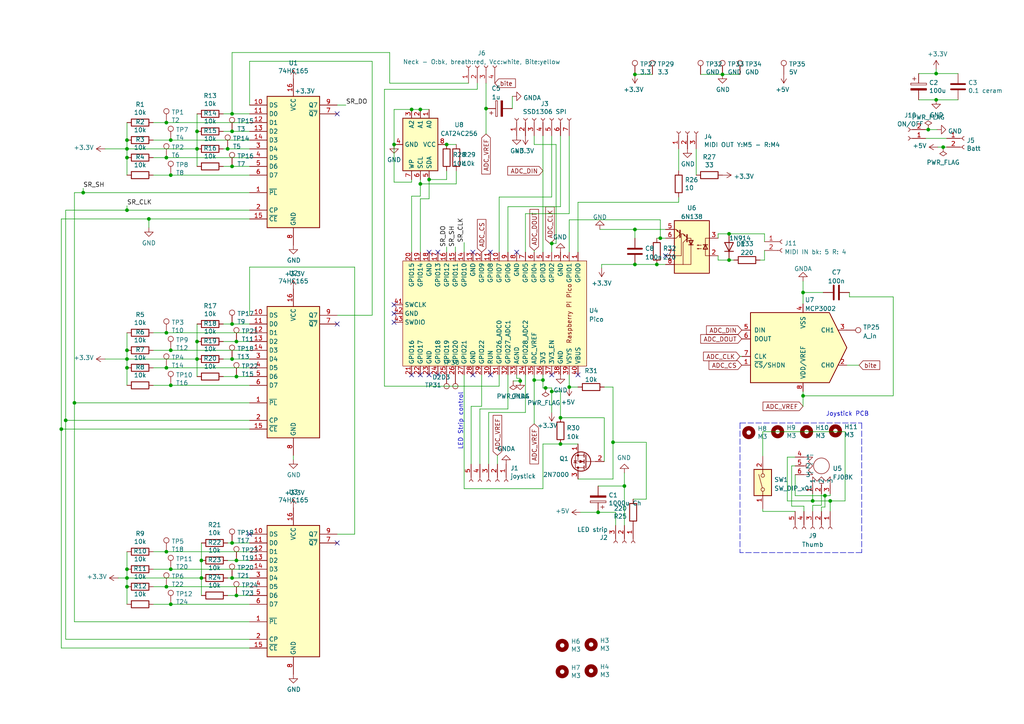
<source format=kicad_sch>
(kicad_sch (version 20211123) (generator eeschema)
  (paper "A4")
  (junction (at 235.712 145.288))
  (junction (at 48.26 106.68))
  (junction (at 154.94 110.236))
  (junction (at 158.242 112.522))
  (junction (at 66.04 43.18))
  (junction (at 48.26 35.56))
  (junction (at 114.3 41.91))
  (junction (at 173.482 148.59))
  (junction (at 364.744 127))
  (junction (at 165.1 112.268))
  (junction (at 36.83 45.72))
  (junction (at 273.558 42.672))
  (junction (at 49.53 101.6))
  (junction (at 211.455 67.818))
  (junction (at 57.15 38.1))
  (junction (at 160.02 113.538))
  (junction (at 67.31 93.98))
  (junction (at 184.15 21.59))
  (junction (at 190.5 76.708))
  (junction (at 67.31 38.1))
  (junction (at 48.26 45.72))
  (junction (at 49.53 111.76))
  (junction (at 24.13 55.88))
  (junction (at 36.83 170.18))
  (junction (at 57.15 99.06))
  (junction (at 48.26 170.18))
  (junction (at 58.42 167.64))
  (junction (at 157.48 110.236))
  (junction (at 19.05 121.92))
  (junction (at 271.526 28.956))
  (junction (at 240.792 145.288))
  (junction (at 364.744 123.19))
  (junction (at 67.31 33.02))
  (junction (at 162.56 121.158))
  (junction (at 57.15 43.18))
  (junction (at 36.83 106.68))
  (junction (at 239.268 143.764))
  (junction (at 57.15 104.14))
  (junction (at 184.15 76.708))
  (junction (at 181.102 140.97))
  (junction (at 36.83 101.6))
  (junction (at 36.83 167.64))
  (junction (at 359.664 139.7))
  (junction (at 68.58 172.72))
  (junction (at 121.92 31.75))
  (junction (at 68.58 162.56))
  (junction (at 269.24 37.592))
  (junction (at 49.53 175.26))
  (junction (at 177.8 128.27))
  (junction (at 36.83 40.64))
  (junction (at 184.15 66.548))
  (junction (at 232.918 114.808))
  (junction (at 67.31 157.48))
  (junction (at 36.83 43.18))
  (junction (at 382.524 163.576))
  (junction (at 369.824 134.62))
  (junction (at 49.53 50.8))
  (junction (at 43.18 63.5))
  (junction (at 271.526 21.336))
  (junction (at 36.83 104.14))
  (junction (at 140.97 31.496))
  (junction (at 48.26 160.02))
  (junction (at 162.56 128.778))
  (junction (at 119.38 31.75))
  (junction (at 36.83 60.96))
  (junction (at 58.42 162.56))
  (junction (at 129.54 41.91))
  (junction (at 67.31 48.26))
  (junction (at 36.83 165.1))
  (junction (at 21.59 116.84))
  (junction (at 17.78 124.46))
  (junction (at 67.31 104.14))
  (junction (at 232.918 84.836))
  (junction (at 49.53 165.1))
  (junction (at 160.02 70.612))
  (junction (at 48.26 96.52))
  (junction (at 150.876 110.49))
  (junction (at 124.46 52.07))
  (junction (at 364.744 139.7))
  (junction (at 209.55 21.59))
  (junction (at 191.516 69.088))
  (junction (at 68.58 99.06))
  (junction (at 49.53 40.64))
  (junction (at 121.92 53.34))
  (junction (at 67.31 167.64))
  (junction (at 68.58 109.22))
  (junction (at 211.455 75.438))
  (no_connect (at 97.79 33.02))
  (no_connect (at 160.02 108.712))
  (no_connect (at 142.24 73.152))
  (no_connect (at 119.38 108.712))
  (no_connect (at 114.3 93.472))
  (no_connect (at 124.46 73.152))
  (no_connect (at 127 73.152))
  (no_connect (at 137.16 73.152))
  (no_connect (at 97.79 157.48))
  (no_connect (at 137.16 108.712))
  (no_connect (at 114.3 90.932))
  (no_connect (at 149.86 73.152))
  (no_connect (at 72.39 154.94))
  (no_connect (at 124.46 108.712))
  (no_connect (at 371.094 142.24))
  (no_connect (at 371.094 144.78))
  (no_connect (at 371.094 147.32))
  (no_connect (at 142.24 108.712))
  (no_connect (at 114.3 88.392))
  (no_connect (at 97.79 93.98))
  (no_connect (at 127 108.712))
  (no_connect (at 193.04 74.168))
  (no_connect (at 121.92 108.712))
  (no_connect (at 167.64 108.712))
  (wire (pts (xy 57.15 33.02) (xy 57.15 38.1)))
  (wire (pts (xy 111.506 25.908) (xy 138.43 25.908)))
  (wire (pts (xy 68.58 109.22) (xy 64.77 109.22)))
  (wire (pts (xy 230.632 148.336) (xy 221.234 148.336)))
  (wire (pts (xy 44.45 45.72) (xy 48.26 45.72)))
  (wire (pts (xy 181.102 137.16) (xy 181.102 140.97)))
  (wire (pts (xy 229.616 146.812) (xy 233.172 146.812)))
  (wire (pts (xy 72.39 40.64) (xy 49.53 40.64)))
  (wire (pts (xy 162.56 121.158) (xy 175.26 121.158)))
  (wire (pts (xy 113.03 15.24) (xy 113.03 24.13)))
  (wire (pts (xy 57.15 93.98) (xy 57.15 99.06)))
  (wire (pts (xy 132.334 49.53) (xy 132.334 53.34)))
  (wire (pts (xy 68.58 99.06) (xy 72.39 99.06)))
  (wire (pts (xy 364.744 139.7) (xy 364.744 150.876)))
  (wire (pts (xy 368.554 142.24) (xy 368.554 134.62)))
  (wire (pts (xy 238.252 143.256) (xy 238.252 146.558)))
  (wire (pts (xy 144.78 112.014) (xy 111.506 112.014)))
  (wire (pts (xy 30.48 104.14) (xy 36.83 104.14)))
  (wire (pts (xy 72.39 180.34) (xy 21.59 180.34)))
  (polyline (pts (xy 394.208 100.076) (xy 393.954 173.736)))
  (wire (pts (xy 230.632 143.764) (xy 239.268 143.764)))
  (wire (pts (xy 48.26 170.18) (xy 72.39 170.18)))
  (wire (pts (xy 48.26 160.02) (xy 72.39 160.02)))
  (wire (pts (xy 374.396 159.766) (xy 374.396 163.576)))
  (wire (pts (xy 134.62 108.712) (xy 134.62 141.732)))
  (wire (pts (xy 221.742 75.438) (xy 220.472 75.438)))
  (wire (pts (xy 72.39 121.92) (xy 19.05 121.92)))
  (wire (pts (xy 58.42 167.64) (xy 58.42 172.72)))
  (wire (pts (xy 66.04 162.56) (xy 68.58 162.56)))
  (wire (pts (xy 119.38 52.832) (xy 119.38 52.07)))
  (wire (pts (xy 271.526 21.336) (xy 271.526 20.066)))
  (wire (pts (xy 157.48 141.732) (xy 157.48 128.778)))
  (wire (pts (xy 44.45 175.26) (xy 49.53 175.26)))
  (wire (pts (xy 368.554 134.62) (xy 369.824 134.62)))
  (wire (pts (xy 67.31 15.24) (xy 67.31 33.02)))
  (wire (pts (xy 64.77 99.06) (xy 68.58 99.06)))
  (wire (pts (xy 240.792 143.764) (xy 240.792 143.256)))
  (wire (pts (xy 174.498 76.708) (xy 174.498 77.724)))
  (wire (pts (xy 121.92 53.34) (xy 121.92 56.896)))
  (wire (pts (xy 175.26 121.158) (xy 175.26 133.858)))
  (wire (pts (xy 57.15 99.06) (xy 57.15 104.14)))
  (wire (pts (xy 114.3 31.75) (xy 114.3 41.91)))
  (wire (pts (xy 139.192 134.62) (xy 139.192 118.618)))
  (wire (pts (xy 36.83 59.69) (xy 36.83 60.96)))
  (wire (pts (xy 149.86 109.728) (xy 150.876 109.728)))
  (wire (pts (xy 190.5 69.088) (xy 191.516 69.088)))
  (wire (pts (xy 66.04 172.72) (xy 68.58 172.72)))
  (polyline (pts (xy 214.63 122.682) (xy 214.63 160.274)))
  (wire (pts (xy 136.652 117.856) (xy 136.652 134.62)))
  (wire (pts (xy 17.78 187.96) (xy 17.78 124.46)))
  (wire (pts (xy 48.26 35.56) (xy 72.39 35.56)))
  (wire (pts (xy 184.15 21.59) (xy 189.23 21.59)))
  (wire (pts (xy 235.712 143.256) (xy 235.712 145.288)))
  (wire (pts (xy 271.526 21.336) (xy 277.876 21.336)))
  (wire (pts (xy 358.14 133.858) (xy 358.14 137.16)))
  (wire (pts (xy 72.39 91.44) (xy 72.39 77.47)))
  (wire (pts (xy 85.09 132.08) (xy 85.09 133.35)))
  (wire (pts (xy 152.4 73.152) (xy 152.4 61.976)))
  (wire (pts (xy 358.14 142.24) (xy 368.554 142.24)))
  (wire (pts (xy 36.83 60.96) (xy 72.39 60.96)))
  (wire (pts (xy 49.53 50.8) (xy 44.45 50.8)))
  (wire (pts (xy 36.83 101.6) (xy 36.83 96.52)))
  (wire (pts (xy 238.252 147.066) (xy 239.268 147.066)))
  (wire (pts (xy 162.56 39.37) (xy 162.56 59.944)))
  (wire (pts (xy 239.268 143.764) (xy 240.792 143.764)))
  (wire (pts (xy 147.32 118.618) (xy 147.32 108.712)))
  (wire (pts (xy 113.03 24.13) (xy 135.89 24.13)))
  (wire (pts (xy 196.85 57.15) (xy 196.85 58.674)))
  (wire (pts (xy 229.616 135.128) (xy 230.632 135.128)))
  (wire (pts (xy 72.39 187.96) (xy 17.78 187.96)))
  (wire (pts (xy 140.97 38.862) (xy 140.97 31.496)))
  (wire (pts (xy 66.04 167.64) (xy 67.31 167.64)))
  (wire (pts (xy 114.3 52.832) (xy 119.38 52.832)))
  (wire (pts (xy 160.02 70.612) (xy 160.02 73.152)))
  (wire (pts (xy 273.558 42.672) (xy 272.034 42.672)))
  (wire (pts (xy 181.102 140.97) (xy 181.102 152.4)))
  (wire (pts (xy 44.45 35.56) (xy 48.26 35.56)))
  (wire (pts (xy 67.31 157.48) (xy 72.39 157.48)))
  (wire (pts (xy 174.498 76.708) (xy 184.15 76.708)))
  (wire (pts (xy 154.94 72.644) (xy 154.94 73.152)))
  (wire (pts (xy 382.524 163.576) (xy 384.302 163.576)))
  (wire (pts (xy 72.39 77.47) (xy 102.87 77.47)))
  (wire (pts (xy 191.516 69.088) (xy 193.04 69.088)))
  (wire (pts (xy 208.28 74.168) (xy 208.28 75.438)))
  (wire (pts (xy 107.95 91.44) (xy 97.79 91.44)))
  (wire (pts (xy 364.744 127) (xy 364.744 137.16)))
  (wire (pts (xy 58.42 157.48) (xy 58.42 162.56)))
  (wire (pts (xy 228.346 145.288) (xy 235.712 145.288)))
  (wire (pts (xy 141.732 134.62) (xy 141.732 119.634)))
  (wire (pts (xy 43.18 63.5) (xy 72.39 63.5)))
  (wire (pts (xy 72.39 50.8) (xy 49.53 50.8)))
  (wire (pts (xy 148.844 110.49) (xy 150.876 110.49)))
  (wire (pts (xy 58.42 167.64) (xy 58.42 162.56)))
  (wire (pts (xy 36.83 167.64) (xy 36.83 170.18)))
  (wire (pts (xy 36.83 165.1) (xy 36.83 160.02)))
  (wire (pts (xy 134.62 70.358) (xy 134.62 73.152)))
  (polyline (pts (xy 351.79 100.33) (xy 394.208 100.076)))
  (wire (pts (xy 157.48 128.778) (xy 162.56 128.778)))
  (wire (pts (xy 162.56 121.158) (xy 162.56 113.538)))
  (wire (pts (xy 72.39 30.48) (xy 72.39 17.78)))
  (wire (pts (xy 266.446 28.956) (xy 271.526 28.956)))
  (wire (pts (xy 44.45 106.68) (xy 48.26 106.68)))
  (wire (pts (xy 36.83 43.18) (xy 36.83 40.64)))
  (wire (pts (xy 49.53 111.76) (xy 72.39 111.76)))
  (wire (pts (xy 221.234 125.222) (xy 245.11 125.222)))
  (wire (pts (xy 175.26 112.268) (xy 177.8 112.268)))
  (wire (pts (xy 113.03 15.24) (xy 67.31 15.24)))
  (wire (pts (xy 121.92 73.152) (xy 121.92 57.658)))
  (wire (pts (xy 208.28 75.438) (xy 211.455 75.438)))
  (wire (pts (xy 129.54 71.628) (xy 129.54 73.152)))
  (wire (pts (xy 233.172 146.812) (xy 233.172 148.336)))
  (wire (pts (xy 119.38 31.75) (xy 121.92 31.75)))
  (wire (pts (xy 72.39 165.1) (xy 49.53 165.1)))
  (wire (pts (xy 139.7 108.712) (xy 139.7 117.856)))
  (wire (pts (xy 162.56 128.778) (xy 167.64 128.778)))
  (wire (pts (xy 139.7 117.856) (xy 136.652 117.856)))
  (wire (pts (xy 208.28 67.818) (xy 211.455 67.818)))
  (wire (pts (xy 48.26 96.52) (xy 44.45 96.52)))
  (wire (pts (xy 36.83 170.18) (xy 36.83 175.26)))
  (wire (pts (xy 268.478 40.132) (xy 274.574 40.132)))
  (wire (pts (xy 36.83 45.72) (xy 36.83 50.8)))
  (wire (pts (xy 358.14 139.7) (xy 359.664 139.7)))
  (wire (pts (xy 44.45 160.02) (xy 48.26 160.02)))
  (wire (pts (xy 230.632 137.668) (xy 230.632 143.764)))
  (wire (pts (xy 141.732 119.634) (xy 152.4 119.634)))
  (wire (pts (xy 24.13 54.61) (xy 24.13 55.88)))
  (wire (pts (xy 266.446 21.336) (xy 271.526 21.336)))
  (wire (pts (xy 221.742 72.644) (xy 221.742 75.438)))
  (wire (pts (xy 229.616 146.812) (xy 229.616 135.128)))
  (wire (pts (xy 64.77 104.14) (xy 67.31 104.14)))
  (wire (pts (xy 121.92 57.658) (xy 124.46 57.658)))
  (wire (pts (xy 24.13 55.88) (xy 72.39 55.88)))
  (wire (pts (xy 111.506 112.014) (xy 111.506 25.908)))
  (wire (pts (xy 165.1 39.37) (xy 165.1 61.976)))
  (wire (pts (xy 152.4 61.976) (xy 165.1 61.976)))
  (wire (pts (xy 240.792 145.288) (xy 240.792 148.336)))
  (wire (pts (xy 19.05 185.42) (xy 72.39 185.42)))
  (wire (pts (xy 159.512 70.612) (xy 160.02 70.612)))
  (wire (pts (xy 57.15 43.18) (xy 36.83 43.18)))
  (wire (pts (xy 64.77 48.26) (xy 67.31 48.26)))
  (wire (pts (xy 203.2 21.59) (xy 209.55 21.59)))
  (wire (pts (xy 209.55 21.59) (xy 214.63 21.59)))
  (wire (pts (xy 269.24 37.592) (xy 268.478 37.592)))
  (wire (pts (xy 154.94 110.236) (xy 157.48 110.236)))
  (polyline (pts (xy 214.63 122.682) (xy 249.936 122.682)))
  (wire (pts (xy 232.918 114.808) (xy 259.08 114.808)))
  (wire (pts (xy 184.15 76.708) (xy 190.5 76.708)))
  (wire (pts (xy 364.744 137.16) (xy 371.094 137.16)))
  (wire (pts (xy 382.016 163.576) (xy 382.524 163.576)))
  (wire (pts (xy 165.1 108.712) (xy 165.1 112.268)))
  (wire (pts (xy 44.45 111.76) (xy 49.53 111.76)))
  (wire (pts (xy 121.92 56.896) (xy 119.38 56.896)))
  (wire (pts (xy 165.1 73.152) (xy 165.1 63.754)))
  (wire (pts (xy 144.78 57.15) (xy 160.02 57.15)))
  (wire (pts (xy 102.87 77.47) (xy 102.87 154.94)))
  (wire (pts (xy 19.05 185.42) (xy 19.05 121.92)))
  (wire (pts (xy 121.92 31.75) (xy 124.46 31.75)))
  (wire (pts (xy 67.31 48.26) (xy 72.39 48.26)))
  (wire (pts (xy 64.77 93.98) (xy 67.31 93.98)))
  (polyline (pts (xy 393.954 173.736) (xy 352.552 173.736)))
  (wire (pts (xy 134.62 141.732) (xy 157.48 141.732)))
  (wire (pts (xy 358.14 144.78) (xy 359.664 144.78)))
  (wire (pts (xy 173.99 66.548) (xy 184.15 66.548)))
  (wire (pts (xy 148.59 31.496) (xy 148.59 27.94)))
  (wire (pts (xy 157.48 39.37) (xy 157.48 73.152)))
  (wire (pts (xy 102.87 154.94) (xy 97.79 154.94)))
  (wire (pts (xy 382.524 163.576) (xy 382.524 156.972)))
  (wire (pts (xy 369.824 134.62) (xy 371.094 134.62)))
  (wire (pts (xy 364.744 139.7) (xy 371.094 139.7)))
  (wire (pts (xy 228.346 132.588) (xy 228.346 145.288)))
  (wire (pts (xy 67.31 104.14) (xy 72.39 104.14)))
  (wire (pts (xy 178.562 148.59) (xy 178.562 152.4)))
  (wire (pts (xy 107.95 17.78) (xy 107.95 91.44)))
  (wire (pts (xy 64.77 43.18) (xy 66.04 43.18)))
  (wire (pts (xy 235.712 145.288) (xy 240.792 145.288)))
  (wire (pts (xy 154.94 110.236) (xy 154.94 108.712)))
  (wire (pts (xy 132.08 71.628) (xy 132.08 73.152)))
  (wire (pts (xy 359.664 144.78) (xy 359.664 151.13)))
  (wire (pts (xy 235.712 146.558) (xy 235.712 148.336)))
  (wire (pts (xy 342.392 156.972) (xy 342.392 133.858)))
  (wire (pts (xy 277.876 28.956) (xy 271.526 28.956)))
  (wire (pts (xy 30.48 43.18) (xy 36.83 43.18)))
  (wire (pts (xy 374.396 159.766) (xy 378.206 159.766)))
  (wire (pts (xy 19.05 121.92) (xy 19.05 60.96)))
  (wire (pts (xy 67.31 167.64) (xy 72.39 167.64)))
  (wire (pts (xy 124.46 52.07) (xy 129.54 52.07)))
  (wire (pts (xy 57.15 104.14) (xy 57.15 109.22)))
  (wire (pts (xy 190.5 76.708) (xy 193.04 76.708)))
  (wire (pts (xy 68.58 162.56) (xy 72.39 162.56)))
  (wire (pts (xy 36.83 40.64) (xy 36.83 35.56)))
  (polyline (pts (xy 351.6443 100.2578) (xy 352.552 173.736)))
  (wire (pts (xy 58.42 167.64) (xy 36.83 167.64)))
  (wire (pts (xy 359.918 123.19) (xy 364.744 123.19)))
  (wire (pts (xy 232.918 84.836) (xy 238.76 84.836)))
  (wire (pts (xy 359.664 139.7) (xy 364.744 139.7)))
  (wire (pts (xy 66.04 157.48) (xy 67.31 157.48)))
  (wire (pts (xy 114.3 41.91) (xy 114.3 52.832)))
  (wire (pts (xy 72.39 96.52) (xy 48.26 96.52)))
  (wire (pts (xy 149.86 108.712) (xy 149.86 109.728)))
  (wire (pts (xy 201.93 43.18) (xy 201.93 50.8)))
  (wire (pts (xy 384.302 150.876) (xy 384.302 161.036)))
  (wire (pts (xy 34.29 167.64) (xy 36.83 167.64)))
  (wire (pts (xy 132.334 53.34) (xy 121.92 53.34)))
  (wire (pts (xy 144.78 108.712) (xy 144.78 112.014)))
  (wire (pts (xy 138.43 25.908) (xy 138.43 24.13)))
  (wire (pts (xy 157.48 108.712) (xy 157.48 110.236)))
  (wire (pts (xy 364.744 123.19) (xy 364.744 127)))
  (wire (pts (xy 232.918 84.836) (xy 232.918 88.138)))
  (wire (pts (xy 239.268 147.066) (xy 239.268 143.764)))
  (wire (pts (xy 364.744 121.92) (xy 364.744 123.19)))
  (wire (pts (xy 114.3 31.75) (xy 119.38 31.75)))
  (wire (pts (xy 57.15 104.14) (xy 36.83 104.14)))
  (wire (pts (xy 160.02 112.522) (xy 160.02 113.538)))
  (wire (pts (xy 144.272 134.62) (xy 144.272 132.08)))
  (wire (pts (xy 48.26 45.72) (xy 72.39 45.72)))
  (wire (pts (xy 183.642 144.78) (xy 187.452 144.78)))
  (wire (pts (xy 173.482 140.97) (xy 181.102 140.97)))
  (wire (pts (xy 49.53 40.64) (xy 44.45 40.64)))
  (wire (pts (xy 161.29 41.91) (xy 161.29 70.612)))
  (wire (pts (xy 364.744 150.876) (xy 384.302 150.876)))
  (wire (pts (xy 230.632 132.588) (xy 228.346 132.588)))
  (wire (pts (xy 214.63 103.378) (xy 215.138 103.378)))
  (wire (pts (xy 67.31 33.02) (xy 72.39 33.02)))
  (wire (pts (xy 157.48 110.236) (xy 157.48 112.522)))
  (wire (pts (xy 167.64 58.674) (xy 196.85 58.674)))
  (wire (pts (xy 359.918 130.81) (xy 359.664 139.7)))
  (wire (pts (xy 157.48 112.522) (xy 158.242 112.522)))
  (wire (pts (xy 21.59 55.88) (xy 24.13 55.88)))
  (wire (pts (xy 44.45 170.18) (xy 48.26 170.18)))
  (wire (pts (xy 160.02 39.37) (xy 160.02 57.15)))
  (wire (pts (xy 72.39 101.6) (xy 49.53 101.6)))
  (wire (pts (xy 36.83 106.68) (xy 36.83 111.76)))
  (wire (pts (xy 238.252 148.336) (xy 238.252 147.066)))
  (wire (pts (xy 129.54 52.07) (xy 129.54 49.53)))
  (wire (pts (xy 67.31 93.98) (xy 72.39 93.98)))
  (wire (pts (xy 240.792 145.288) (xy 245.11 145.288)))
  (wire (pts (xy 168.402 148.59) (xy 173.482 148.59)))
  (wire (pts (xy 72.39 17.78) (xy 107.95 17.78)))
  (wire (pts (xy 48.26 106.68) (xy 72.39 106.68)))
  (wire (pts (xy 43.18 66.04) (xy 43.18 63.5)))
  (wire (pts (xy 191.516 63.754) (xy 191.516 69.088)))
  (wire (pts (xy 64.77 38.1) (xy 67.31 38.1)))
  (wire (pts (xy 72.39 124.46) (xy 17.78 124.46)))
  (wire (pts (xy 184.15 66.548) (xy 193.04 66.548)))
  (wire (pts (xy 144.78 57.15) (xy 144.78 73.152)))
  (wire (pts (xy 211.455 75.438) (xy 212.852 75.438)))
  (wire (pts (xy 68.58 172.72) (xy 72.39 172.72)))
  (wire (pts (xy 364.744 127) (xy 369.824 127)))
  (wire (pts (xy 57.15 38.1) (xy 57.15 43.18)))
  (wire (pts (xy 196.85 43.18) (xy 196.85 49.53)))
  (wire (pts (xy 161.29 41.91) (xy 154.94 41.91)))
  (wire (pts (xy 152.4 119.634) (xy 152.4 108.712)))
  (wire (pts (xy 147.32 59.944) (xy 147.32 73.152)))
  (wire (pts (xy 162.56 113.538) (xy 160.02 113.538)))
  (wire (pts (xy 208.28 69.088) (xy 208.28 67.818)))
  (wire (pts (xy 140.97 24.13) (xy 140.97 31.496)))
  (wire (pts (xy 162.56 59.944) (xy 147.32 59.944)))
  (wire (pts (xy 154.94 41.91) (xy 154.94 39.37)))
  (wire (pts (xy 150.876 109.728) (xy 150.876 110.49)))
  (wire (pts (xy 167.64 58.674) (xy 167.64 73.152)))
  (wire (pts (xy 49.53 175.26) (xy 72.39 175.26)))
  (wire (pts (xy 232.918 117.856) (xy 232.918 114.808)))
  (wire (pts (xy 245.11 125.222) (xy 245.11 145.288)))
  (polyline (pts (xy 249.936 122.682) (xy 249.936 160.274)))
  (wire (pts (xy 187.452 128.27) (xy 187.452 144.78)))
  (polyline (pts (xy 249.936 160.274) (xy 214.63 160.274)))
  (wire (pts (xy 165.1 112.268) (xy 167.64 112.268)))
  (wire (pts (xy 167.64 138.938) (xy 177.8 138.938)))
  (wire (pts (xy 66.04 43.18) (xy 72.39 43.18)))
  (wire (pts (xy 245.618 105.918) (xy 249.174 105.918)))
  (wire (pts (xy 342.392 133.858) (xy 358.14 133.858)))
  (wire (pts (xy 177.8 112.268) (xy 177.8 128.27)))
  (wire (pts (xy 36.83 167.64) (xy 36.83 165.1)))
  (wire (pts (xy 49.53 165.1) (xy 44.45 165.1)))
  (wire (pts (xy 67.31 38.1) (xy 72.39 38.1)))
  (wire (pts (xy 36.83 43.18) (xy 36.83 45.72)))
  (wire (pts (xy 19.05 60.96) (xy 36.83 60.96)))
  (wire (pts (xy 158.242 112.522) (xy 160.02 112.522)))
  (wire (pts (xy 221.742 67.818) (xy 221.742 70.104)))
  (wire (pts (xy 124.46 57.658) (xy 124.46 52.07)))
  (wire (pts (xy 64.77 33.02) (xy 67.31 33.02)))
  (wire (pts (xy 177.8 128.27) (xy 177.8 138.938)))
  (wire (pts (xy 21.59 55.88) (xy 21.59 116.84)))
  (wire (pts (xy 21.59 116.84) (xy 21.59 180.34)))
  (wire (pts (xy 57.15 43.18) (xy 57.15 48.26)))
  (wire (pts (xy 184.15 66.548) (xy 184.15 69.088)))
  (wire (pts (xy 246.38 86.106) (xy 246.38 84.836)))
  (wire (pts (xy 72.39 109.22) (xy 68.58 109.22)))
  (wire (pts (xy 221.234 148.336) (xy 221.234 147.574)))
  (wire (pts (xy 221.234 132.334) (xy 221.234 125.222)))
  (wire (pts (xy 232.918 81.534) (xy 232.918 84.836)))
  (wire (pts (xy 165.1 63.754) (xy 191.516 63.754)))
  (wire (pts (xy 36.83 104.14) (xy 36.83 101.6)))
  (wire (pts (xy 259.08 114.808) (xy 259.08 86.106)))
  (wire (pts (xy 129.54 41.91) (xy 132.334 41.91)))
  (wire (pts (xy 121.92 53.34) (xy 121.92 52.07)))
  (wire (pts (xy 232.918 114.808) (xy 232.918 113.538)))
  (wire (pts (xy 154.94 110.236) (xy 154.94 122.936)))
  (wire (pts (xy 97.79 30.48) (xy 100.33 30.48)))
  (wire (pts (xy 274.574 42.672) (xy 273.558 42.672)))
  (wire (pts (xy 161.29 70.612) (xy 160.02 70.612)))
  (wire (pts (xy 238.252 146.558) (xy 235.712 146.558)))
  (wire (pts (xy 36.83 104.14) (xy 36.83 106.68)))
  (wire (pts (xy 259.08 86.106) (xy 246.38 86.106)))
  (wire (pts (xy 139.192 118.618) (xy 147.32 118.618)))
  (wire (pts (xy 342.392 156.972) (xy 382.524 156.972)))
  (wire (pts (xy 72.39 116.84) (xy 21.59 116.84)))
  (wire (pts (xy 17.78 63.5) (xy 43.18 63.5)))
  (wire (pts (xy 173.482 148.59) (xy 178.562 148.59)))
  (wire (pts (xy 177.8 128.27) (xy 187.452 128.27)))
  (wire (pts (xy 119.38 56.896) (xy 119.38 73.152)))
  (wire (pts (xy 17.78 124.46) (xy 17.78 63.5)))
  (wire (pts (xy 160.02 119.634) (xy 160.02 113.538)))
  (wire (pts (xy 211.455 67.818) (xy 221.742 67.818)))
  (wire (pts (xy 49.53 101.6) (xy 44.45 101.6)))
  (wire (pts (xy 271.78 37.592) (xy 269.24 37.592)))
  (text "vcc" (at 377.19 140.462 0) (effects (font (size 1.27 1.27)) (justify left bottom)))
  (text "gnd" (at 377.19 137.922 0) (effects (font (size 1.27 1.27)) (justify left bottom)))
  (text "Joystick PCB\n" (at 239.522 120.904 0) (effects (font (size 1.27 1.27)) (justify left bottom)))
  (text "vout" (at 377.19 135.382 0) (effects (font (size 1.27 1.27)) (justify left bottom)))
  (text "Beak PCB\n" (at 383.032 100.838 0) (effects (font (size 1.27 1.27)) (justify left bottom)))
  (text "LED Strip control" (at 134.366 130.556 90) (effects (font (size 1.27 1.27)) (justify left bottom)))
  (label "SR_CLK" (at 134.62 70.358 90))
  (label "SR_SH" (at 132.08 71.628 90))
  (label "SR_DO" (at 129.54 71.628 90))
  (label "SR_SH" (at 24.13 54.61 0))
  (label "SR_CLK" (at 36.83 59.69 0))
  (label "SR_DO" (at 100.33 30.48 0))
  (global_label "bite" (shape input) (at 249.174 105.918 0) (property "Références Inter-Feuilles" "${INTERSHEET_REFS}" (effects hide)))
  (global_label "ADC_VREF" (shape input) (at 144.272 132.08 90) (property "Références Inter-Feuilles" "${INTERSHEET_REFS}" (effects hide)))
  (global_label "bite" (shape input) (at 143.51 24.13 0) (property "Références Inter-Feuilles" "${INTERSHEET_REFS}" (effects hide)))
  (global_label "ADC_DOUT" (shape input) (at 154.94 72.644 90) (property "Références Inter-Feuilles" "${INTERSHEET_REFS}" (effects hide)))
  (global_label "ADC_DIN" (shape input) (at 215.138 95.758 180) (property "Références Inter-Feuilles" "${INTERSHEET_REFS}" (effects hide)))
  (global_label "ADC_VREF" (shape input) (at 232.918 117.856 180) (property "Références Inter-Feuilles" "${INTERSHEET_REFS}" (effects hide)))
  (global_label "ADC_DOUT" (shape input) (at 215.138 98.298 180) (property "Références Inter-Feuilles" "${INTERSHEET_REFS}" (effects hide)))
  (global_label "ADC_DIN" (shape input) (at 157.48 49.53 180) (property "Références Inter-Feuilles" "${INTERSHEET_REFS}" (effects hide)))
  (global_label "ADC_CLK" (shape input) (at 159.512 70.612 90) (property "Références Inter-Feuilles" "${INTERSHEET_REFS}" (effects hide)))
  (global_label "ADC_CS" (shape input) (at 139.7 73.152 90) (property "Références Inter-Feuilles" "${INTERSHEET_REFS}" (effects hide)))
  (global_label "ADC_VREF" (shape input) (at 154.94 122.936 270) (property "Références Inter-Feuilles" "${INTERSHEET_REFS}" (effects hide)))
  (global_label "ADC_CS" (shape input) (at 215.138 105.918 180) (property "Références Inter-Feuilles" "${INTERSHEET_REFS}" (effects hide)))
  (global_label "ADC_CLK" (shape input) (at 214.63 103.378 180) (property "Références Inter-Feuilles" "${INTERSHEET_REFS}" (effects hide)))
  (global_label "ADC_VREF" (shape input) (at 140.97 38.862 270) (property "Références Inter-Feuilles" "${INTERSHEET_REFS}" (effects hide)))
  (symbol (lib_name "GND_5") (lib_id "power:GND") (at 162.56 73.152 180) (unit 1)
    (property "Reference" "#PWR0101" (effects hide))
    (property "Value" "GND" (at 162.433 68.7578 0))
  )
  (symbol (lib_name "+5V_1") (lib_id "power:+5V") (at 165.1 112.268 180) (unit 1)
    (property "Reference" "#PWR0102" (effects hide))
    (property "Value" "+5V" (at 164.719 116.6622 0))
  )
  (symbol (lib_id "Connector:Conn_01x07_Female") (at 157.48 34.29 90) (unit 1)
    (property "Reference" "J3" (at 157.988 30.099 90))
    (property "Value" "SSD1306 SPI" (at 157.988 32.4104 90))
    (property "Footprint" "Connector_JST:JST_PH_B7B-PH-K_1x07_P2.00mm_Vertical" (effects hide))
  )
  (symbol (lib_name "GND_6") (lib_id "power:GND") (at 149.86 39.37 0) (unit 1)
    (property "Reference" "#PWR0103" (effects hide))
    (property "Value" "GND" (at 149.987 43.7642 0))
  )
  (symbol (lib_name "+3.3V_4") (lib_id "power:+3.3V") (at 152.4 39.37 180) (unit 1)
    (property "Reference" "#PWR0104" (effects hide))
    (property "Value" "+3.3V" (at 152.019 43.7642 0))
  )
  (symbol (lib_name "+3.3V_5") (lib_id "power:+3.3V") (at 160.02 119.634 180) (unit 1)
    (property "Reference" "#PWR0105" (effects hide))
    (property "Value" "+3.3V" (at 158.75 123.444 0))
  )
  (symbol (lib_id "74xx:74HC165") (at 85.09 45.72 0) (unit 1)
    (property "Reference" "U1" (at 85.09 18.2626 0))
    (property "Value" "74HC165" (at 85.09 20.574 0))
    (property "Footprint" "Package_SO:SOIC-16_3.9x9.9mm_P1.27mm" (effects hide))
    (property "Datasheet" "https://assets.nexperia.com/documents/data-sheet/74HC_HCT165.pdf" (effects hide))
  )
  (symbol (lib_id "74xx:74HC165") (at 85.09 106.68 0) (unit 1)
    (property "Reference" "U2" (at 85.09 79.2226 0))
    (property "Value" "74HC165" (at 85.09 81.534 0))
    (property "Footprint" "Package_SO:SOIC-16_3.9x9.9mm_P1.27mm" (effects hide))
    (property "Datasheet" "https://assets.nexperia.com/documents/data-sheet/74HC_HCT165.pdf" (effects hide))
  )
  (symbol (lib_id "74xx:74HC165") (at 85.09 170.18 0) (unit 1)
    (property "Reference" "U3" (at 85.09 142.7226 0))
    (property "Value" "74HC165" (at 85.09 145.034 0))
    (property "Footprint" "Package_SO:SOIC-16_3.9x9.9mm_P1.27mm" (effects hide))
    (property "Datasheet" "https://assets.nexperia.com/documents/data-sheet/74HC_HCT165.pdf" (effects hide))
  )
  (symbol (lib_name "+3.3V_2") (lib_id "power:+3.3V") (at 85.09 22.86 0) (unit 1)
    (property "Reference" "#PWR0108" (effects hide))
    (property "Value" "+3.3V" (at 88.392 26.416 0))
  )
  (symbol (lib_name "+3.3V_3") (lib_id "power:+3.3V") (at 85.09 83.82 0) (unit 1)
    (property "Reference" "#PWR0109" (effects hide))
    (property "Value" "+3.3V" (at 85.471 79.4258 0))
  )
  (symbol (lib_name "+3.3V_10") (lib_id "power:+3.3V") (at 85.09 147.32 0) (unit 1)
    (property "Reference" "#PWR0110" (effects hide))
    (property "Value" "+3.3V" (at 85.471 142.9258 0))
  )
  (symbol (lib_id "power:GND") (at 85.09 195.58 0) (unit 1)
    (property "Reference" "#PWR0112" (effects hide))
    (property "Value" "GND" (at 85.217 199.9742 0))
  )
  (symbol (lib_name "GND_3") (lib_id "power:GND") (at 85.09 71.12 0) (unit 1)
    (property "Reference" "#PWR0113" (effects hide))
    (property "Value" "GND" (at 85.217 75.5142 0))
  )
  (symbol (lib_id "Device:R") (at 60.96 33.02 270) (unit 1)
    (property "Reference" "R13" (at 60.96 27.7622 90))
    (property "Value" "10k" (at 60.96 30.0736 90))
    (property "Footprint" "Resistor_SMD:R_1206_3216Metric_Pad1.30x1.75mm_HandSolder" (effects hide))
  )
  (symbol (lib_id "Device:R") (at 40.64 35.56 270) (unit 1)
    (property "Reference" "R1" (at 40.64 30.3022 90))
    (property "Value" "10k" (at 40.64 32.6136 90))
    (property "Footprint" "Resistor_SMD:R_1206_3216Metric_Pad1.30x1.75mm_HandSolder" (effects hide))
  )
  (symbol (lib_id "Device:R") (at 60.96 38.1 270) (unit 1)
    (property "Reference" "R14" (at 60.96 32.8422 90))
    (property "Value" "10k" (at 60.96 35.1536 90))
    (property "Footprint" "Resistor_SMD:R_1206_3216Metric_Pad1.30x1.75mm_HandSolder" (effects hide))
  )
  (symbol (lib_id "Device:R") (at 40.64 40.64 270) (unit 1)
    (property "Reference" "R2" (at 40.64 35.3822 90))
    (property "Value" "10k" (at 40.64 37.6936 90))
    (property "Footprint" "Resistor_SMD:R_1206_3216Metric_Pad1.30x1.75mm_HandSolder" (effects hide))
  )
  (symbol (lib_id "Device:R") (at 60.96 43.18 270) (unit 1)
    (property "Reference" "R15" (at 60.96 37.9222 90))
    (property "Value" "10k" (at 60.96 40.2336 90))
    (property "Footprint" "Resistor_SMD:R_1206_3216Metric_Pad1.30x1.75mm_HandSolder" (effects hide))
  )
  (symbol (lib_id "Device:R") (at 40.64 45.72 270) (unit 1)
    (property "Reference" "R3" (at 40.64 40.4622 90))
    (property "Value" "10k" (at 40.64 42.7736 90))
    (property "Footprint" "Resistor_SMD:R_1206_3216Metric_Pad1.30x1.75mm_HandSolder" (effects hide))
  )
  (symbol (lib_id "Device:R") (at 60.96 48.26 270) (unit 1)
    (property "Reference" "R16" (at 60.96 43.0022 90))
    (property "Value" "10k" (at 60.96 45.3136 90))
    (property "Footprint" "Resistor_SMD:R_1206_3216Metric_Pad1.30x1.75mm_HandSolder" (effects hide))
  )
  (symbol (lib_id "Device:R") (at 40.64 50.8 270) (unit 1)
    (property "Reference" "R4" (at 40.64 45.5422 90))
    (property "Value" "10k" (at 40.64 47.8536 90))
    (property "Footprint" "Resistor_SMD:R_1206_3216Metric_Pad1.30x1.75mm_HandSolder" (effects hide))
  )
  (symbol (lib_id "Device:R") (at 60.96 93.98 270) (unit 1)
    (property "Reference" "R17" (at 60.96 88.7222 90))
    (property "Value" "10k" (at 60.96 91.0336 90))
    (property "Footprint" "Resistor_SMD:R_1206_3216Metric_Pad1.30x1.75mm_HandSolder" (effects hide))
  )
  (symbol (lib_id "Device:R") (at 40.64 96.52 270) (unit 1)
    (property "Reference" "R5" (at 40.64 91.2622 90))
    (property "Value" "10k" (at 40.64 93.5736 90))
    (property "Footprint" "Resistor_SMD:R_1206_3216Metric_Pad1.30x1.75mm_HandSolder" (effects hide))
  )
  (symbol (lib_id "Device:R") (at 60.96 99.06 270) (unit 1)
    (property "Reference" "R18" (at 60.96 93.8022 90))
    (property "Value" "10k" (at 60.96 96.1136 90))
    (property "Footprint" "Resistor_SMD:R_1206_3216Metric_Pad1.30x1.75mm_HandSolder" (effects hide))
  )
  (symbol (lib_id "Device:R") (at 40.64 101.6 270) (unit 1)
    (property "Reference" "R6" (at 40.64 96.3422 90))
    (property "Value" "10k" (at 40.64 98.6536 90))
    (property "Footprint" "Resistor_SMD:R_1206_3216Metric_Pad1.30x1.75mm_HandSolder" (effects hide))
  )
  (symbol (lib_id "Device:R") (at 60.96 104.14 270) (unit 1)
    (property "Reference" "R19" (at 60.96 98.8822 90))
    (property "Value" "10k" (at 60.96 101.1936 90))
    (property "Footprint" "Resistor_SMD:R_1206_3216Metric_Pad1.30x1.75mm_HandSolder" (effects hide))
  )
  (symbol (lib_id "Device:R") (at 40.64 106.68 270) (unit 1)
    (property "Reference" "R7" (at 40.64 101.4222 90))
    (property "Value" "10k" (at 40.64 103.7336 90))
    (property "Footprint" "Resistor_SMD:R_1206_3216Metric_Pad1.30x1.75mm_HandSolder" (effects hide))
  )
  (symbol (lib_id "Device:R") (at 60.96 109.22 270) (unit 1)
    (property "Reference" "R20" (at 60.96 103.9622 90))
    (property "Value" "10k" (at 60.96 106.2736 90))
    (property "Footprint" "Resistor_SMD:R_1206_3216Metric_Pad1.30x1.75mm_HandSolder" (effects hide))
  )
  (symbol (lib_id "Device:R") (at 40.64 111.76 270) (unit 1)
    (property "Reference" "R8" (at 40.64 106.5022 90))
    (property "Value" "10k" (at 40.64 108.8136 90))
    (property "Footprint" "Resistor_SMD:R_1206_3216Metric_Pad1.30x1.75mm_HandSolder" (effects hide))
  )
  (symbol (lib_id "Device:R") (at 62.23 157.48 270) (unit 1)
    (property "Reference" "R21" (at 62.23 152.2222 90))
    (property "Value" "10k" (at 62.23 154.5336 90))
    (property "Footprint" "Resistor_SMD:R_1206_3216Metric_Pad1.30x1.75mm_HandSolder" (effects hide))
  )
  (symbol (lib_id "Device:R") (at 40.64 160.02 270) (unit 1)
    (property "Reference" "R9" (at 40.64 154.7622 90))
    (property "Value" "10k" (at 40.64 157.0736 90))
    (property "Footprint" "Resistor_SMD:R_1206_3216Metric_Pad1.30x1.75mm_HandSolder" (effects hide))
  )
  (symbol (lib_id "Device:R") (at 62.23 162.56 270) (unit 1)
    (property "Reference" "R22" (at 62.23 157.3022 90))
    (property "Value" "10k" (at 62.23 159.6136 90))
    (property "Footprint" "Resistor_SMD:R_1206_3216Metric_Pad1.30x1.75mm_HandSolder" (effects hide))
  )
  (symbol (lib_id "Device:R") (at 40.64 165.1 270) (unit 1)
    (property "Reference" "R10" (at 40.64 159.8422 90))
    (property "Value" "10k" (at 40.64 162.1536 90))
    (property "Footprint" "Resistor_SMD:R_1206_3216Metric_Pad1.30x1.75mm_HandSolder" (effects hide))
  )
  (symbol (lib_id "Device:R") (at 62.23 167.64 270) (unit 1)
    (property "Reference" "R23" (at 62.23 162.3822 90))
    (property "Value" "10k" (at 62.23 164.6936 90))
    (property "Footprint" "Resistor_SMD:R_1206_3216Metric_Pad1.30x1.75mm_HandSolder" (effects hide))
  )
  (symbol (lib_id "Device:R") (at 40.64 170.18 270) (unit 1)
    (property "Reference" "R11" (at 40.64 164.9222 90))
    (property "Value" "10k" (at 40.64 167.2336 90))
    (property "Footprint" "Resistor_SMD:R_1206_3216Metric_Pad1.30x1.75mm_HandSolder" (effects hide))
  )
  (symbol (lib_id "Device:R") (at 62.23 172.72 270) (unit 1)
    (property "Reference" "R24" (at 62.23 167.4622 90))
    (property "Value" "10k" (at 62.23 169.7736 90))
    (property "Footprint" "Resistor_SMD:R_1206_3216Metric_Pad1.30x1.75mm_HandSolder" (effects hide))
  )
  (symbol (lib_id "Device:R") (at 40.64 175.26 270) (unit 1)
    (property "Reference" "R12" (at 40.64 170.0022 90))
    (property "Value" "10k" (at 40.64 172.3136 90))
    (property "Footprint" "Resistor_SMD:R_1206_3216Metric_Pad1.30x1.75mm_HandSolder" (effects hide))
  )
  (symbol (lib_id "power:+3.3V") (at 34.29 167.64 90) (unit 1)
    (property "Reference" "#PWR0116" (effects hide))
    (property "Value" "+3.3V" (at 31.0388 167.259 90) (effects (justify left)))
  )
  (symbol (lib_name "+3.3V_1") (lib_id "power:+3.3V") (at 30.48 43.18 90) (unit 1)
    (property "Reference" "#PWR0114" (effects hide))
    (property "Value" "+3.3V" (at 27.2288 42.799 90) (effects (justify left)))
  )
  (symbol (lib_name "+3.3V_9") (lib_id "power:+3.3V") (at 30.48 104.14 90) (unit 1)
    (property "Reference" "#PWR0115" (effects hide))
    (property "Value" "+3.3V" (at 27.2288 103.759 90) (effects (justify left)))
  )
  (symbol (lib_id "Connector:TestPoint") (at 48.26 35.56 0) (unit 1)
    (property "Reference" "TP1" (at 49.7332 32.5628 0) (effects (justify left)))
    (property "Value" "T2" (at 49.7332 34.8742 0) (effects (justify left)))
    (property "Footprint" "TestPoint:TestPoint_THTPad_2.5x2.5mm_Drill1.2mm" (effects hide))
  )
  (symbol (lib_id "Connector:TestPoint") (at 67.31 38.1 0) (unit 1)
    (property "Reference" "TP15" (at 68.7832 35.1028 0) (effects (justify left)))
    (property "Value" "T3" (at 68.7832 37.4142 0) (effects (justify left)))
    (property "Footprint" "TestPoint:TestPoint_THTPad_2.5x2.5mm_Drill1.2mm" (effects hide))
  )
  (symbol (lib_id "Connector:TestPoint") (at 49.53 40.64 0) (unit 1)
    (property "Reference" "TP7" (at 51.0032 37.6428 0) (effects (justify left)))
    (property "Value" "T4" (at 51.0032 39.9542 0) (effects (justify left)))
    (property "Footprint" "TestPoint:TestPoint_THTPad_2.5x2.5mm_Drill1.2mm" (effects hide))
  )
  (symbol (lib_id "Connector:TestPoint") (at 66.04 43.18 0) (unit 1)
    (property "Reference" "TP14" (at 67.5132 40.1828 0) (effects (justify left)))
    (property "Value" "T5" (at 67.5132 42.4942 0) (effects (justify left)))
    (property "Footprint" "TestPoint:TestPoint_THTPad_2.5x2.5mm_Drill1.2mm" (effects hide))
  )
  (symbol (lib_id "Connector:TestPoint") (at 48.26 45.72 0) (unit 1)
    (property "Reference" "TP2" (at 49.7332 42.7228 0) (effects (justify left)))
    (property "Value" "T6" (at 49.7332 45.0342 0) (effects (justify left)))
    (property "Footprint" "TestPoint:TestPoint_THTPad_2.5x2.5mm_Drill1.2mm" (effects hide))
  )
  (symbol (lib_id "Connector:TestPoint") (at 67.31 48.26 0) (unit 1)
    (property "Reference" "TP16" (at 68.7832 45.2628 0) (effects (justify left)))
    (property "Value" "T7" (at 68.7832 47.5742 0) (effects (justify left)))
    (property "Footprint" "TestPoint:TestPoint_THTPad_2.5x2.5mm_Drill1.2mm" (effects hide))
  )
  (symbol (lib_id "Connector:TestPoint") (at 49.53 50.8 0) (unit 1)
    (property "Reference" "TP8" (at 51.0032 47.8028 0) (effects (justify left)))
    (property "Value" "T8" (at 51.0032 50.1142 0) (effects (justify left)))
    (property "Footprint" "TestPoint:TestPoint_THTPad_2.5x2.5mm_Drill1.2mm" (effects hide))
  )
  (symbol (lib_id "Connector:TestPoint") (at 67.31 93.98 0) (unit 1)
    (property "Reference" "TP17" (at 68.7832 90.9828 0) (effects (justify left)))
    (property "Value" "T9" (at 68.7832 93.2942 0) (effects (justify left)))
    (property "Footprint" "TestPoint:TestPoint_THTPad_2.5x2.5mm_Drill1.2mm" (effects hide))
  )
  (symbol (lib_id "Connector:TestPoint") (at 68.58 99.06 0) (unit 1)
    (property "Reference" "TP21" (at 70.0532 96.0628 0) (effects (justify left)))
    (property "Value" "T11" (at 70.0532 98.3742 0) (effects (justify left)))
    (property "Footprint" "TestPoint:TestPoint_THTPad_2.5x2.5mm_Drill1.2mm" (effects hide))
  )
  (symbol (lib_id "Connector:TestPoint") (at 67.31 104.14 0) (unit 1)
    (property "Reference" "TP18" (at 68.7832 101.1428 0) (effects (justify left)))
    (property "Value" "T13" (at 68.7832 103.4542 0) (effects (justify left)))
    (property "Footprint" "TestPoint:TestPoint_THTPad_2.5x2.5mm_Drill1.2mm" (effects hide))
  )
  (symbol (lib_id "Connector:TestPoint") (at 68.58 109.22 0) (unit 1)
    (property "Reference" "TP22" (at 70.0532 106.2228 0) (effects (justify left)))
    (property "Value" "T15" (at 70.0532 108.5342 0) (effects (justify left)))
    (property "Footprint" "TestPoint:TestPoint_THTPad_2.5x2.5mm_Drill1.2mm" (effects hide))
  )
  (symbol (lib_id "Connector:TestPoint") (at 48.26 96.52 0) (unit 1)
    (property "Reference" "TP3" (at 49.7332 93.5228 0) (effects (justify left)))
    (property "Value" "T10" (at 49.7332 95.8342 0) (effects (justify left)))
    (property "Footprint" "TestPoint:TestPoint_THTPad_2.5x2.5mm_Drill1.2mm" (effects hide))
  )
  (symbol (lib_id "Connector:TestPoint") (at 49.53 101.6 0) (unit 1)
    (property "Reference" "TP9" (at 51.0032 98.6028 0) (effects (justify left)))
    (property "Value" "T12" (at 51.0032 100.9142 0) (effects (justify left)))
    (property "Footprint" "TestPoint:TestPoint_THTPad_2.5x2.5mm_Drill1.2mm" (effects hide))
  )
  (symbol (lib_id "Connector:TestPoint") (at 48.26 106.68 0) (unit 1)
    (property "Reference" "TP4" (at 49.7332 103.6828 0) (effects (justify left)))
    (property "Value" "T14" (at 49.7332 105.9942 0) (effects (justify left)))
    (property "Footprint" "TestPoint:TestPoint_THTPad_2.5x2.5mm_Drill1.2mm" (effects hide))
  )
  (symbol (lib_id "Connector:TestPoint") (at 49.53 111.76 0) (unit 1)
    (property "Reference" "TP10" (at 51.0032 108.7628 0) (effects (justify left)))
    (property "Value" "T16" (at 51.0032 111.0742 0) (effects (justify left)))
    (property "Footprint" "TestPoint:TestPoint_THTPad_2.5x2.5mm_Drill1.2mm" (effects hide))
  )
  (symbol (lib_id "Connector:TestPoint") (at 67.31 157.48 0) (unit 1)
    (property "Reference" "TP19" (at 68.7832 154.4828 0) (effects (justify left)))
    (property "Value" "T17" (at 68.7832 156.7942 0) (effects (justify left)))
    (property "Footprint" "TestPoint:TestPoint_THTPad_2.5x2.5mm_Drill1.2mm" (effects hide))
  )
  (symbol (lib_id "Connector:TestPoint") (at 68.58 162.56 0) (unit 1)
    (property "Reference" "TP23" (at 70.0532 159.5628 0) (effects (justify left)))
    (property "Value" "T19" (at 70.0532 161.8742 0) (effects (justify left)))
    (property "Footprint" "TestPoint:TestPoint_THTPad_2.5x2.5mm_Drill1.2mm" (effects hide))
  )
  (symbol (lib_id "Connector:TestPoint") (at 67.31 167.64 0) (unit 1)
    (property "Reference" "TP20" (at 68.7832 164.6428 0) (effects (justify left)))
    (property "Value" "T21" (at 68.7832 166.9542 0) (effects (justify left)))
    (property "Footprint" "TestPoint:TestPoint_THTPad_2.5x2.5mm_Drill1.2mm" (effects hide))
  )
  (symbol (lib_id "Connector:TestPoint") (at 68.58 172.72 0) (unit 1)
    (property "Reference" "TP24" (at 70.0532 169.7228 0) (effects (justify left)))
    (property "Value" "T23" (at 70.0532 172.0342 0) (effects (justify left)))
    (property "Footprint" "TestPoint:TestPoint_THTPad_2.5x2.5mm_Drill1.2mm" (effects hide))
  )
  (symbol (lib_id "Connector:TestPoint") (at 48.26 160.02 0) (unit 1)
    (property "Reference" "TP5" (at 49.7332 157.0228 0) (effects (justify left)))
    (property "Value" "T18" (at 49.7332 159.3342 0) (effects (justify left)))
    (property "Footprint" "TestPoint:TestPoint_THTPad_2.5x2.5mm_Drill1.2mm" (effects hide))
  )
  (symbol (lib_id "Connector:TestPoint") (at 49.53 165.1 0) (unit 1)
    (property "Reference" "TP11" (at 51.0032 162.1028 0) (effects (justify left)))
    (property "Value" "T20" (at 51.0032 164.4142 0) (effects (justify left)))
    (property "Footprint" "TestPoint:TestPoint_THTPad_2.5x2.5mm_Drill1.2mm" (effects hide))
  )
  (symbol (lib_id "Connector:TestPoint") (at 48.26 170.18 0) (unit 1)
    (property "Reference" "TP6" (at 49.7332 167.1828 0) (effects (justify left)))
    (property "Value" "T22" (at 49.7332 169.4942 0) (effects (justify left)))
    (property "Footprint" "TestPoint:TestPoint_THTPad_2.5x2.5mm_Drill1.2mm" (effects hide))
  )
  (symbol (lib_id "Connector:TestPoint") (at 49.53 175.26 0) (unit 1)
    (property "Reference" "TP12" (at 51.0032 172.2628 0) (effects (justify left)))
    (property "Value" "T24" (at 51.0032 174.5742 0) (effects (justify left)))
    (property "Footprint" "TestPoint:TestPoint_THTPad_2.5x2.5mm_Drill1.2mm" (effects hide))
  )
  (symbol (lib_id "Connector:Conn_01x02_Female") (at 279.654 40.132 0) (unit 1)
    (property "Reference" "J5" (at 280.3652 40.7416 0) (effects (justify left)))
    (property "Value" "Batt" (at 280.3652 43.053 0) (effects (justify left)))
    (property "Footprint" "Connector_JST:JST_XH_S2B-XH-A_1x02_P2.50mm_Horizontal" (effects hide))
  )
  (symbol (lib_name "+5V_4") (lib_id "power:+5V") (at 272.034 42.672 90) (unit 1)
    (property "Reference" "#PWR0118" (effects hide))
    (property "Value" "+5V" (at 268.7828 42.291 90) (effects (justify left)))
  )
  (symbol (lib_id "Connector:Conn_01x05_Female") (at 141.732 139.7 270) (unit 1)
    (property "Reference" "J1" (at 148.0312 135.7884 90) (effects (justify left)))
    (property "Value" "joystick" (at 148.0312 138.0998 90) (effects (justify left)))
    (property "Footprint" "Connector_JST:JST_PH_B5B-PH-K_1x05_P2.00mm_Vertical" (effects hide))
  )
  (symbol (lib_id "Connector:Conn_01x03_Female") (at 199.39 38.1 90) (unit 1)
    (property "Reference" "J4" (at 204.1652 39.6748 90) (effects (justify right)))
    (property "Value" "MIDI OUT Y:M5 - R:M4" (at 204.1652 41.9862 90) (effects (justify right)))
    (property "Footprint" "Connector_JST:JST_PH_S3B-PH-K_1x03_P2.00mm_Horizontal" (effects hide))
  )
  (symbol (lib_name "GND_10") (lib_id "power:GND") (at 199.39 43.18 0) (unit 1)
    (property "Reference" "#PWR0121" (effects hide))
    (property "Value" "GND" (at 199.517 47.5742 0))
  )
  (symbol (lib_id "Device:R") (at 196.85 53.34 0) (unit 1)
    (property "Reference" "R26" (at 198.628 52.1716 0) (effects (justify left)))
    (property "Value" "10" (at 198.628 54.483 0) (effects (justify left)))
    (property "Footprint" "Resistor_THT:R_Axial_DIN0207_L6.3mm_D2.5mm_P7.62mm_Horizontal" (effects hide))
  )
  (symbol (lib_id "Device:R") (at 205.74 50.8 270) (unit 1)
    (property "Reference" "R27" (at 205.74 45.5422 90))
    (property "Value" "33" (at 205.74 47.8536 90))
    (property "Footprint" "Resistor_THT:R_Axial_DIN0207_L6.3mm_D2.5mm_P7.62mm_Horizontal" (effects hide))
  )
  (symbol (lib_name "+3.3V_7") (lib_id "power:+3.3V") (at 209.55 50.8 270) (unit 1)
    (property "Reference" "#PWR0122" (effects hide))
    (property "Value" "+3.3V" (at 212.8012 51.181 90) (effects (justify left)))
  )
  (symbol (lib_id "Connector:Conn_01x03_Female") (at 181.102 157.48 270) (unit 1)
    (property "Reference" "J2" (at 176.3268 155.9052 90) (effects (justify right)))
    (property "Value" "LED strip" (at 176.3268 153.5938 90) (effects (justify right)))
    (property "Footprint" "Connector_JST:JST_PH_S3B-PH-K_1x03_P2.00mm_Horizontal" (effects hide))
  )
  (symbol (lib_id "Device:R") (at 183.642 148.59 180) (unit 1)
    (property "Reference" "R25" (at 181.864 149.7584 0) (effects (justify left)))
    (property "Value" "220" (at 181.864 147.447 0) (effects (justify left)))
    (property "Footprint" "Resistor_THT:R_Axial_DIN0207_L6.3mm_D2.5mm_P7.62mm_Horizontal" (effects hide))
  )
  (symbol (lib_id "Mechanical:MountingHole") (at 387.604 105.156 0) (unit 1)
    (property "Reference" "H1" (at 390.144 103.9876 0) (effects (justify left)))
    (property "Value" "M4" (at 390.144 106.299 0) (effects (justify left)))
    (property "Footprint" "MountingHole:MountingHole_4.3mm_M4" (effects hide))
  )
  (symbol (lib_id "Mechanical:MountingHole") (at 171.45 186.944 0) (unit 1)
    (property "Reference" "H3" (at 173.99 185.7756 0) (effects (justify left)))
    (property "Value" "M3" (at 173.99 188.087 0) (effects (justify left)))
    (property "Footprint" "MountingHole:MountingHole_3.2mm_M3_ISO14580" (effects hide))
  )
  (symbol (lib_id "Mechanical:MountingHole") (at 387.604 109.22 0) (unit 1)
    (property "Reference" "H2" (at 390.144 108.0516 0) (effects (justify left)))
    (property "Value" "M4" (at 390.144 110.363 0) (effects (justify left)))
    (property "Footprint" "MountingHole:MountingHole_4.3mm_M4" (effects hide))
  )
  (symbol (lib_id "Mechanical:MountingHole") (at 171.45 194.564 0) (unit 1)
    (property "Reference" "H4" (at 173.99 193.3956 0) (effects (justify left)))
    (property "Value" "M3" (at 173.99 195.707 0) (effects (justify left)))
    (property "Footprint" "MountingHole:MountingHole_3.2mm_M3_ISO14580" (effects hide))
  )
  (symbol (lib_name "GND_9") (lib_id "power:GND") (at 181.102 137.16 180) (unit 1)
    (property "Reference" "#PWR0123" (effects hide))
    (property "Value" "GND" (at 180.975 132.7658 0))
  )
  (symbol (lib_id "power:+5V") (at 168.402 148.59 90) (unit 1)
    (property "Reference" "#PWR0124" (effects hide))
    (property "Value" "+5V" (at 165.1508 148.209 90) (effects (justify left)))
  )
  (symbol (lib_id "Device:CP") (at 173.482 144.78 180) (unit 1)
    (property "Reference" "C1" (at 176.4792 143.6116 0) (effects (justify right)))
    (property "Value" "1000u Ch" (at 176.4792 145.923 0) (effects (justify right)))
    (property "Footprint" "Capacitor_THT:CP_Radial_D8.0mm_P3.50mm" (effects hide))
  )
  (symbol (lib_id "Mechanical:MountingHole") (at 383.286 105.156 0) (unit 1)
    (property "Reference" "H5" (at 385.826 103.9876 0) (effects (justify left)))
    (property "Value" "M3" (at 385.826 106.299 0) (effects (justify left)))
    (property "Footprint" "MountingHole:MountingHole_3.2mm_M3_ISO14580" (effects hide))
  )
  (symbol (lib_id "Connector:TestPoint") (at 129.54 108.712 180) (unit 1)
    (property "Reference" "TP31" (at 128.0668 111.7092 0) (effects (justify left)))
    (property "Value" "D2" (at 128.0668 109.3978 0) (effects (justify left)))
    (property "Footprint" "TestPoint:TestPoint_THTPad_2.5x2.5mm_Drill1.2mm" (effects hide))
  )
  (symbol (lib_id "Connector:TestPoint") (at 132.08 108.712 180) (unit 1)
    (property "Reference" "TP30" (at 133.35 105.156 0) (effects (justify left)))
    (property "Value" "D3" (at 130.6068 109.3978 0) (effects (justify left)))
    (property "Footprint" "TestPoint:TestPoint_THTPad_2.5x2.5mm_Drill1.2mm" (effects hide))
  )
  (symbol (lib_name "GND_13") (lib_id "power:GND") (at 85.09 133.35 0) (unit 1)
    (property "Reference" "#PWR0111" (effects hide))
    (property "Value" "GND" (at 85.217 137.7442 0))
  )
  (symbol (lib_id "Connector:TestPoint") (at 184.15 21.59 0) (unit 1)
    (property "Reference" "TP27" (at 185.6232 18.5928 0) (effects (justify left)))
    (property "Value" "3.3" (at 185.6232 20.9042 0) (effects (justify left)))
    (property "Footprint" "TestPoint:TestPoint_THTPad_2.5x2.5mm_Drill1.2mm" (effects hide))
  )
  (symbol (lib_id "Connector:TestPoint") (at 189.23 21.59 0) (unit 1)
    (property "Reference" "TP29" (at 190.7032 18.5928 0) (effects (justify left)))
    (property "Value" "3.3" (at 190.7032 20.9042 0) (effects (justify left)))
    (property "Footprint" "TestPoint:TestPoint_THTPad_2.5x2.5mm_Drill1.2mm" (effects hide))
  )
  (symbol (lib_name "+3.3V_8") (lib_id "power:+3.3V") (at 184.15 21.59 180) (unit 1)
    (property "Reference" "#PWR0125" (effects hide))
    (property "Value" "+3.3V" (at 183.769 25.9842 0))
  )
  (symbol (lib_id "Connector:TestPoint") (at 203.2 21.59 0) (unit 1)
    (property "Reference" "TP32" (at 204.6732 18.5928 0) (effects (justify left)))
    (property "Value" "GND" (at 204.6732 20.9042 0) (effects (justify left)))
    (property "Footprint" "TestPoint:TestPoint_THTPad_2.5x2.5mm_Drill1.2mm" (effects hide))
  )
  (symbol (lib_id "Connector:TestPoint") (at 209.55 21.59 0) (unit 1)
    (property "Reference" "TP33" (at 211.0232 18.5928 0) (effects (justify left)))
    (property "Value" "GND" (at 211.0232 20.9042 0) (effects (justify left)))
    (property "Footprint" "TestPoint:TestPoint_THTPad_2.5x2.5mm_Drill1.2mm" (effects hide))
  )
  (symbol (lib_id "Connector:TestPoint") (at 214.63 21.59 0) (unit 1)
    (property "Reference" "TP34" (at 216.1032 18.5928 0) (effects (justify left)))
    (property "Value" "GND" (at 216.1032 20.9042 0) (effects (justify left)))
    (property "Footprint" "TestPoint:TestPoint_THTPad_2.5x2.5mm_Drill1.2mm" (effects hide))
  )
  (symbol (lib_name "GND_12") (lib_id "power:GND") (at 209.55 21.59 0) (unit 1)
    (property "Reference" "#PWR0126" (effects hide))
    (property "Value" "GND" (at 209.677 25.9842 0))
  )
  (symbol (lib_id "Connector:TestPoint") (at 227.33 21.59 0) (unit 1)
    (property "Reference" "TP35" (at 228.8032 18.5928 0) (effects (justify left)))
    (property "Value" "5V" (at 228.8032 20.9042 0) (effects (justify left)))
    (property "Footprint" "TestPoint:TestPoint_THTPad_2.5x2.5mm_Drill1.2mm" (effects hide))
  )
  (symbol (lib_name "+5V_3") (lib_id "power:+5V") (at 227.33 21.59 180) (unit 1)
    (property "Reference" "#PWR0127" (effects hide))
    (property "Value" "+5V" (at 226.949 25.9842 0))
  )
  (symbol (lib_name "+3.3V_6") (lib_id "power:+3.3V") (at 271.526 20.066 0) (unit 1)
    (property "Reference" "#PWR0128" (effects hide))
    (property "Value" "+3.3V" (at 271.907 15.6718 0))
  )
  (symbol (lib_name "GND_8") (lib_id "power:GND") (at 271.526 28.956 0) (unit 1)
    (property "Reference" "#PWR0129" (effects hide))
    (property "Value" "GND" (at 271.653 33.3502 0))
  )
  (symbol (lib_id "Device:CP") (at 266.446 25.146 0) (unit 1)
    (property "Reference" "C2" (at 269.4432 23.9776 0) (effects (justify left)))
    (property "Value" "100u" (at 269.4432 26.289 0) (effects (justify left)))
    (property "Footprint" "Capacitor_THT:CP_Radial_D5.0mm_P2.50mm" (effects hide))
  )
  (symbol (lib_id "Device:C") (at 277.876 25.146 0) (unit 1)
    (property "Reference" "C3" (at 280.797 23.9776 0) (effects (justify left)))
    (property "Value" "0.1 ceram" (at 280.797 26.289 0) (effects (justify left)))
    (property "Footprint" "Capacitor_THT:C_Disc_D3.4mm_W2.1mm_P2.50mm" (effects hide))
  )
  (symbol (lib_id "Connector:Conn_01x06_Female") (at 376.174 139.7 0) (unit 1)
    (property "Reference" "J8" (at 377.698 144.272 0) (effects (justify left)))
    (property "Value" "MXP5010" (at 378.46 146.812 0) (effects (justify left)))
    (property "Footprint" "Connector_PinSocket_2.54mm:PinSocket_1x06_P2.54mm_Vertical" (effects hide))
  )
  (symbol (lib_id "Connector:TestPoint") (at 359.664 151.13 180) (unit 1)
    (property "Reference" "TP36" (at 361.1372 151.7904 0) (effects (justify right)))
    (property "Value" "Octave" (at 361.1372 154.1018 0) (effects (justify right)))
    (property "Footprint" "TestPoint:TestPoint_THTPad_2.5x2.5mm_Drill1.2mm" (effects hide))
  )
  (symbol (lib_id "Connector:TestPoint") (at 364.744 121.92 0) (unit 1)
    (property "Reference" "TP37" (at 366.2172 118.9228 0) (effects (justify left)))
    (property "Value" "GND" (at 366.2172 121.2342 0) (effects (justify left)))
    (property "Footprint" "TestPoint:TestPoint_THTPad_2.5x2.5mm_Drill1.2mm" (effects hide))
  )
  (symbol (lib_id "Device:R") (at 132.334 45.72 0) (unit 1)
    (property "Reference" "R29" (at 134.112 44.8853 0) (effects (justify left)))
    (property "Value" "10k" (at 134.112 47.4222 0) (effects (justify left)))
    (property "Footprint" "Resistor_SMD:R_1206_3216Metric_Pad1.30x1.75mm_HandSolder" (effects hide))
  )
  (symbol (lib_id "Mechanical:MountingHole") (at 225.552 125.222 0) (unit 1)
    (property "Reference" "H9" (at 228.092 124.0536 0) (effects (justify left)))
    (property "Value" "M3" (at 228.092 126.365 0) (effects (justify left)))
    (property "Footprint" "MountingHole:MountingHole_3.2mm_M3_ISO14580" (effects hide))
  )
  (symbol (lib_id "Device:C") (at 369.824 130.81 0) (unit 1)
    (property "Reference" "C6" (at 372.745 129.9753 0) (effects (justify left)))
    (property "Value" "470p" (at 372.745 132.5122 0) (effects (justify left)))
    (property "Footprint" "Capacitor_THT:C_Disc_D3.4mm_W2.1mm_P2.50mm" (effects hide))
  )
  (symbol (lib_id "Connector:Conn_01x04_Female") (at 353.06 142.24 180) (unit 1)
    (property "Reference" "J7" (at 353.695 133.003 0))
    (property "Value" "Conn_01x04_Female" (at 353.695 135.5399 0))
    (property "Footprint" "Connector_JST:JST_PH_B4B-PH-K_1x04_P2.00mm_Vertical" (effects hide))
  )
  (symbol (lib_id "Device:R") (at 162.56 124.968 0) (unit 1)
    (property "Reference" "R30" (at 164.338 124.1333 0) (effects (justify left)))
    (property "Value" "10k" (at 164.338 126.6702 0) (effects (justify left)))
    (property "Footprint" "Resistor_SMD:R_1206_3216Metric_Pad1.30x1.75mm_HandSolder" (effects hide))
  )
  (symbol (lib_id "Mechanical:MountingHole") (at 163.068 187.198 0) (unit 1)
    (property "Reference" "H6" (at 165.608 186.0296 0) (effects (justify left)))
    (property "Value" "M3" (at 165.608 188.341 0) (effects (justify left)))
    (property "Footprint" "MountingHole:MountingHole_3.2mm_M3_ISO14580" (effects hide))
  )
  (symbol (lib_id "Memory_EEPROM:CAT24C256") (at 121.92 41.91 270) (unit 1)
    (property "Reference" "U8" (at 133.1633 36.2035 90))
    (property "Value" "CAT24C256" (at 133.1633 38.7404 90))
    (property "Footprint" "Package_DIP:DIP-8_W7.62mm_Socket" (effects hide))
    (property "Datasheet" "https://www.onsemi.cn/PowerSolutions/document/CAT24C256-D.PDF" (effects hide))
  )
  (symbol (lib_id "Switch:SW_DIP_x01") (at 221.234 139.954 90) (unit 1)
    (property "Reference" "SW1" (at 224.536 139.1193 90) (effects (justify right)))
    (property "Value" "SW_DIP_x01" (at 224.536 141.6562 90) (effects (justify right)))
    (property "Footprint" "Multi_switch:Multi_switch" (effects hide))
  )
  (symbol (lib_id "power:PWR_FLAG") (at 158.242 112.522 180) (unit 1)
    (property "Reference" "#FLG0101" (effects hide))
    (property "Value" "PWR_FLAG" (at 157.734 116.84 0))
  )
  (symbol (lib_id "Isolator:6N138") (at 200.66 71.628 180) (unit 1)
    (property "Reference" "U6" (at 200.66 60.3082 0))
    (property "Value" "6N138" (at 200.66 62.8451 0))
    (property "Footprint" "Package_DIP:DIP-8_W7.62mm_Socket" (effects hide))
    (property "Datasheet" "http://www.onsemi.com/pub/Collateral/HCPL2731-D.pdf" (effects hide))
  )
  (symbol (lib_id "Mechanical:MountingHole") (at 233.934 125.222 0) (unit 1)
    (property "Reference" "H10" (at 236.474 124.0536 0) (effects (justify left)))
    (property "Value" "M3" (at 236.474 126.365 0) (effects (justify left)))
    (property "Footprint" "MountingHole:MountingHole_3.2mm_M3_ISO14580" (effects hide))
  )
  (symbol (lib_id "power:+3.3V") (at 174.498 77.724 180) (unit 1)
    (property "Reference" "#PWR0117" (effects hide))
    (property "Value" "+3.3V" (at 174.498 82.1674 0))
  )
  (symbol (lib_id "Device:R") (at 190.5 72.898 0) (unit 1)
    (property "Reference" "R32" (at 192.278 72.0633 0) (effects (justify left)))
    (property "Value" "220" (at 192.278 74.6002 0) (effects (justify left)))
    (property "Footprint" "Resistor_THT:R_Axial_DIN0207_L6.3mm_D2.5mm_P7.62mm_Horizontal" (effects hide))
  )
  (symbol (lib_id "FJ08K_flat_joystick:FJ08K") (at 238.252 136.398 180) (unit 1)
    (property "Reference" "U5" (at 241.5032 135.8808 0) (effects (justify right)))
    (property "Value" "FJ08K" (at 241.5032 138.4177 0) (effects (justify right)))
    (property "Footprint" "FJ08K:FJ08K" (effects hide))
  )
  (symbol (lib_id "Device:C_Polarized") (at 144.78 31.496 90) (unit 1)
    (property "Reference" "C5" (at 143.891 25.6372 90))
    (property "Value" "1u" (at 143.891 28.1741 90))
    (property "Footprint" "Capacitor_THT:CP_Radial_D4.0mm_P2.00mm" (effects hide))
  )
  (symbol (lib_name "GND_1") (lib_id "power:GND") (at 162.56 108.712 0) (unit 1)
    (property "Reference" "#PWR04" (effects hide))
    (property "Value" "GND" (at 162.56 113.1554 0))
  )
  (symbol (lib_id "Connector:Conn_01x02_Female") (at 263.398 40.132 180) (unit 1)
    (property "Reference" "J10" (at 264.033 33.435 0))
    (property "Value" "ON/OFF" (at 264.033 35.9719 0))
    (property "Footprint" "Connector_JST:JST_XH_S2B-XH-A_1x02_P2.50mm_Horizontal" (effects hide))
  )
  (symbol (lib_id "Connector:Conn_01x02_Female") (at 226.822 70.104 0) (unit 1)
    (property "Reference" "J11" (at 227.5332 70.5393 0) (effects (justify left)))
    (property "Value" "MIDI IN bk: 5 R: 4" (at 227.5332 73.0762 0) (effects (justify left)))
    (property "Footprint" "Connector_JST:JST_XH_S2B-XH-A_1x02_P2.50mm_Horizontal" (effects hide))
  )
  (symbol (lib_id "MCU_RaspberryPi_and_Boards:Pico") (at 143.51 90.932 270) (unit 1)
    (property "Reference" "U4" (at 170.815 90.0973 90) (effects (justify left)))
    (property "Value" "Pico" (at 170.815 92.6342 90) (effects (justify left)))
    (property "Footprint" "Raspberry Pico:RPi_Pico_TH" (effects hide))
  )
  (symbol (lib_id "Device:R") (at 171.45 112.268 90) (unit 1)
    (property "Reference" "R31" (at 171.45 107.5522 90))
    (property "Value" "10k" (at 171.45 110.0891 90))
    (property "Footprint" "Resistor_THT:R_Axial_DIN0207_L6.3mm_D2.5mm_P7.62mm_Horizontal" (effects hide))
  )
  (symbol (lib_id "Device:C") (at 184.15 72.898 0) (unit 1)
    (property "Reference" "C8" (at 187.071 72.0633 0) (effects (justify left)))
    (property "Value" "100n" (at 187.071 74.6002 0) (effects (justify left)))
    (property "Footprint" "Capacitor_THT:C_Axial_L3.8mm_D2.6mm_P7.50mm_Horizontal" (effects hide))
  )
  (symbol (lib_id "power:PWR_FLAG") (at 273.558 42.672 180) (unit 1)
    (property "Reference" "#FLG0102" (effects hide))
    (property "Value" "PWR_FLAG" (at 273.558 47.1154 0))
  )
  (symbol (lib_id "Device:C") (at 242.57 84.836 90) (unit 1)
    (property "Reference" "C7" (at 242.57 78.9772 90))
    (property "Value" "100n" (at 242.57 81.5141 90))
    (property "Footprint" "Capacitor_THT:C_Axial_L3.8mm_D2.6mm_P7.50mm_Horizontal" (effects hide))
  )
  (symbol (lib_id "Device:C") (at 359.918 127 0) (unit 1)
    (property "Reference" "C4" (at 362.839 126.1653 0) (effects (justify left)))
    (property "Value" "10n" (at 362.839 128.7022 0) (effects (justify left)))
    (property "Footprint" "Capacitor_THT:C_Disc_D3.4mm_W2.1mm_P2.50mm" (effects hide))
  )
  (symbol (lib_id "power:PWR_FLAG") (at 148.844 110.49 180) (unit 1)
    (property "Reference" "#FLG0104" (effects hide))
    (property "Value" "PWR_FLAG" (at 148.844 114.9334 0))
  )
  (symbol (lib_id "Analog_ADC:MCP3002") (at 232.918 100.838 180) (unit 1)
    (property "Reference" "U7" (at 233.4386 86.9782 0) (effects (justify right)))
    (property "Value" "MCP3002" (at 233.4386 89.5151 0) (effects (justify right)))
    (property "Footprint" "Package_DIP:DIP-8_W7.62mm" (effects hide))
    (property "Datasheet" "http://ww1.microchip.com/downloads/en/DeviceDoc/21294E.pdf" (effects hide))
  )
  (symbol (lib_id "Connector:Conn_01x04_Female") (at 138.43 19.05 90) (unit 1)
    (property "Reference" "J6" (at 139.7 15.401 90))
    (property "Value" "Neck - O:bk, breath:red, Vcc:white, Bite:yellow" (at 139.7 17.9379 90))
    (property "Footprint" "Connector_JST:JST_PH_B4B-PH-K_1x04_P2.00mm_Vertical" (effects hide))
  )
  (symbol (lib_id "Connector:TestPoint") (at 245.618 95.758 270) (unit 1)
    (property "Reference" "TP25" (at 250.317 94.9233 90) (effects (justify left)))
    (property "Value" "A_in" (at 250.317 97.4602 90) (effects (justify left)))
    (property "Footprint" "TestPoint:TestPoint_THTPad_2.5x2.5mm_Drill1.2mm" (effects hide))
  )
  (symbol (lib_id "Device:R_Potentiometer") (at 378.206 163.576 90) (unit 1)
    (property "Reference" "RV1" (at 378.206 166.6224 90))
    (property "Value" "20k" (at 378.206 169.1593 90))
    (property "Footprint" "Potentiometer_THT:Potentiometer_Runtron_RM-065_Vertical" (effects hide))
  )
  (symbol (lib_id "Connector:Conn_01x02_Female") (at 389.382 161.036 0) (unit 1)
    (property "Reference" "J12" (at 390.0932 161.4713 0) (effects (justify left)))
    (property "Value" "Rvar" (at 390.0932 164.0082 0) (effects (justify left)))
    (property "Footprint" "Connector_JST:JST_XH_B2B-XH-A_1x02_P2.50mm_Vertical" (effects hide))
  )
  (symbol (lib_id "power:GNDA") (at 146.812 134.62 180) (unit 1)
    (property "Reference" "#PWR01" (effects hide))
    (property "Value" "GNDA" (at 146.812 130.1766 0))
  )
  (symbol (lib_id "Mechanical:MountingHole") (at 163.068 194.818 0) (unit 1)
    (property "Reference" "H7" (at 165.608 193.6496 0) (effects (justify left)))
    (property "Value" "M3" (at 165.608 195.961 0) (effects (justify left)))
    (property "Footprint" "MountingHole:MountingHole_3.2mm_M3_ISO14580" (effects hide))
  )
  (symbol (lib_id "power:GNDA") (at 232.918 81.534 180) (unit 1)
    (property "Reference" "#PWR08" (effects hide))
    (property "Value" "GNDA" (at 232.918 77.9582 0))
  )
  (symbol (lib_id "Connector:Conn_01x05_Female") (at 235.712 153.416 270) (unit 1)
    (property "Reference" "J9" (at 235.712 155.3956 90))
    (property "Value" "Thumb" (at 235.712 157.9325 90))
    (property "Footprint" "Connector_JST:JST_PH_S5B-PH-K_1x05_P2.00mm_Horizontal" (effects hide))
  )
  (symbol (lib_id "power:GND") (at 114.3 41.91 0) (unit 1)
    (property "Reference" "#PWR0106" (effects hide))
    (property "Value" "GND" (at 114.3 46.3534 0))
  )
  (symbol (lib_id "Device:D") (at 211.455 71.628 90) (unit 1)
    (property "Reference" "D1" (at 213.487 70.7933 90) (effects (justify right)))
    (property "Value" "1N914" (at 211.455 69.088 90) (effects (justify right)))
    (property "Footprint" "Diode_THT:D_DO-34_SOD68_P7.62mm_Horizontal" (effects hide))
  )
  (symbol (lib_id "Transistor_FET:2N7000") (at 170.18 133.858 180) (unit 1)
    (property "Reference" "Q1" (at 164.9731 133.0233 0) (effects (justify left)))
    (property "Value" "2N7000" (at 165.1 137.668 0) (effects (justify left)))
    (property "Footprint" "Package_TO_SOT_THT:TO-92L_HandSolder" (effects hide))
    (property "Datasheet" "https://www.vishay.com/docs/70226/70226.pdf" (effects hide))
  )
  (symbol (lib_id "Mechanical:MountingHole") (at 217.17 125.476 0) (unit 1)
    (property "Reference" "H8" (at 219.71 124.3076 0) (effects (justify left)))
    (property "Value" "M3" (at 219.71 126.619 0) (effects (justify left)))
    (property "Footprint" "MountingHole:MountingHole_3.2mm_M3_ISO14580" (effects hide))
  )
  (symbol (lib_id "power:PWR_FLAG") (at 269.24 37.592 0) (unit 1)
    (property "Reference" "#FLG0103" (effects hide))
    (property "Value" "PWR_FLAG" (at 269.24 34.0162 0))
  )
  (symbol (lib_name "GND_2") (lib_id "power:GND") (at 271.78 37.592 90) (unit 1)
    (property "Reference" "#PWR05" (effects hide))
    (property "Value" "GND" (at 274.955 38.0258 90) (effects (justify right)))
  )
  (symbol (lib_id "power:GNDA") (at 148.59 27.94 90) (unit 1)
    (property "Reference" "#PWR02" (effects hide))
    (property "Value" "GNDA" (at 151.765 28.3738 90) (effects (justify right)))
  )
  (symbol (lib_id "Mechanical:MountingHole") (at 242.316 124.968 0) (unit 1)
    (property "Reference" "H11" (at 244.856 123.7996 0) (effects (justify left)))
    (property "Value" "M3" (at 244.856 126.111 0) (effects (justify left)))
    (property "Footprint" "MountingHole:MountingHole_3.2mm_M3_ISO14580" (effects hide))
  )
  (symbol (lib_id "Device:R") (at 129.54 45.72 180) (unit 1)
    (property "Reference" "R28" (at 131.318 44.8853 0) (effects (justify right)))
    (property "Value" "10k" (at 131.318 47.4222 0) (effects (justify right)))
    (property "Footprint" "Resistor_SMD:R_1206_3216Metric_Pad1.30x1.75mm_HandSolder" (effects hide))
  )
  (symbol (lib_id "power:GND") (at 43.18 66.04 0) (unit 1)
    (property "Reference" "#PWR07" (effects hide))
    (property "Value" "GND" (at 43.18 70.4834 0))
  )
  (symbol (lib_id "power:GNDA") (at 150.876 110.49 0) (unit 1)
    (property "Reference" "#PWR03" (effects hide))
    (property "Value" "GNDA" (at 150.876 114.9334 0))
  )
  (symbol (lib_name "GND_11") (lib_id "power:GND") (at 173.99 66.548 180) (unit 1)
    (property "Reference" "#PWR06" (effects hide))
    (property "Value" "GND" (at 173.99 62.9722 0))
  )
  (symbol (lib_id "Device:R") (at 216.662 75.438 90) (unit 1)
    (property "Reference" "R33" (at 216.662 70.7222 90))
    (property "Value" "220" (at 216.662 73.2591 90))
    (property "Footprint" "Resistor_THT:R_Axial_DIN0207_L6.3mm_D2.5mm_P7.62mm_Horizontal" (effects hide))
  )
  (sheet (at 312.166 16.51) (size 227.584 175.26) (stroke (width 0.1524))
    (property "Sheet name" "Untitled Sheet" (at 312.166 15.7984 0) (effects (justify left bottom)))
    (property "Sheet file" "untitled.kicad_sch" (at 312.166 192.3546 0) (effects (justify left top)))
  )
)
</source>
